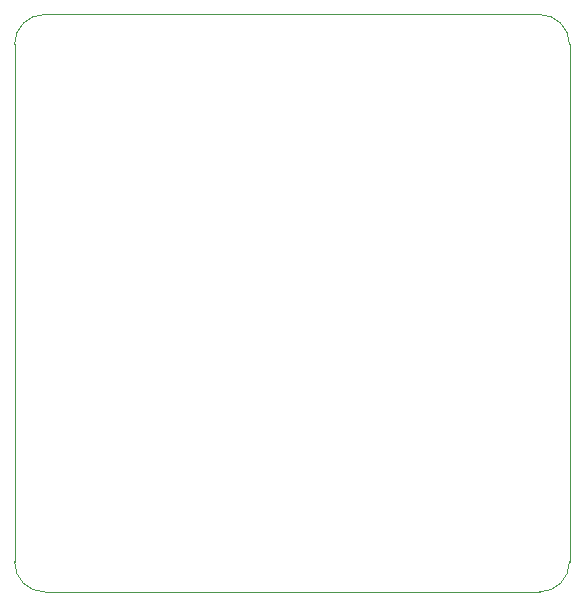
<source format=gbr>
G04 #@! TF.GenerationSoftware,KiCad,Pcbnew,5.1.6-c6e7f7d~87~ubuntu20.04.1*
G04 #@! TF.CreationDate,2020-09-27T23:00:53+02:00*
G04 #@! TF.ProjectId,soil_humidity_module,736f696c-5f68-4756-9d69-646974795f6d,rev?*
G04 #@! TF.SameCoordinates,Original*
G04 #@! TF.FileFunction,Profile,NP*
%FSLAX46Y46*%
G04 Gerber Fmt 4.6, Leading zero omitted, Abs format (unit mm)*
G04 Created by KiCad (PCBNEW 5.1.6-c6e7f7d~87~ubuntu20.04.1) date 2020-09-27 23:00:53*
%MOMM*%
%LPD*%
G01*
G04 APERTURE LIST*
G04 #@! TA.AperFunction,Profile*
%ADD10C,0.100000*%
G04 #@! TD*
G04 APERTURE END LIST*
D10*
X175260000Y-126365000D02*
G75*
G02*
X172720000Y-128905000I-2540000J0D01*
G01*
X130810000Y-128905000D02*
G75*
G02*
X128270000Y-126365000I0J2540000D01*
G01*
X172720000Y-80010000D02*
G75*
G02*
X175260000Y-82550000I0J-2540000D01*
G01*
X128270000Y-82550000D02*
G75*
G02*
X130810000Y-80010000I2540000J0D01*
G01*
X128270000Y-126365000D02*
X128270000Y-82550000D01*
X172720000Y-128905000D02*
X130810000Y-128905000D01*
X175260000Y-82550000D02*
X175260000Y-126365000D01*
X130810000Y-80010000D02*
X172720000Y-80010000D01*
M02*

</source>
